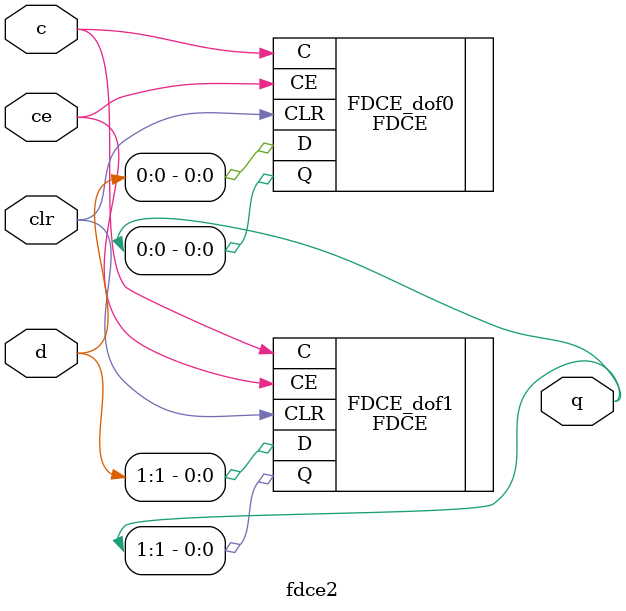
<source format=v>
module fdce2(
	output [1:0] q,
	input c,
	input ce,
	input [1:0] d,
	input clr
);

FDCE FDCE_dof0 (
    .Q(q[0]), // Data output
    .C(c), // Clock input
    .CE(ce), // Clock enable input
    .CLR(clr), // Asynchronous clear input
    .D(d[0]) // Data input
);

FDCE FDCE_dof1 (
    .Q(q[1]), // Data output
    .C(c), // Clock input
    .CE(ce), // Clock enable input
    .CLR(clr), // Asynchronous clear input
    .D(d[1]) // Data input
);
endmodule

</source>
